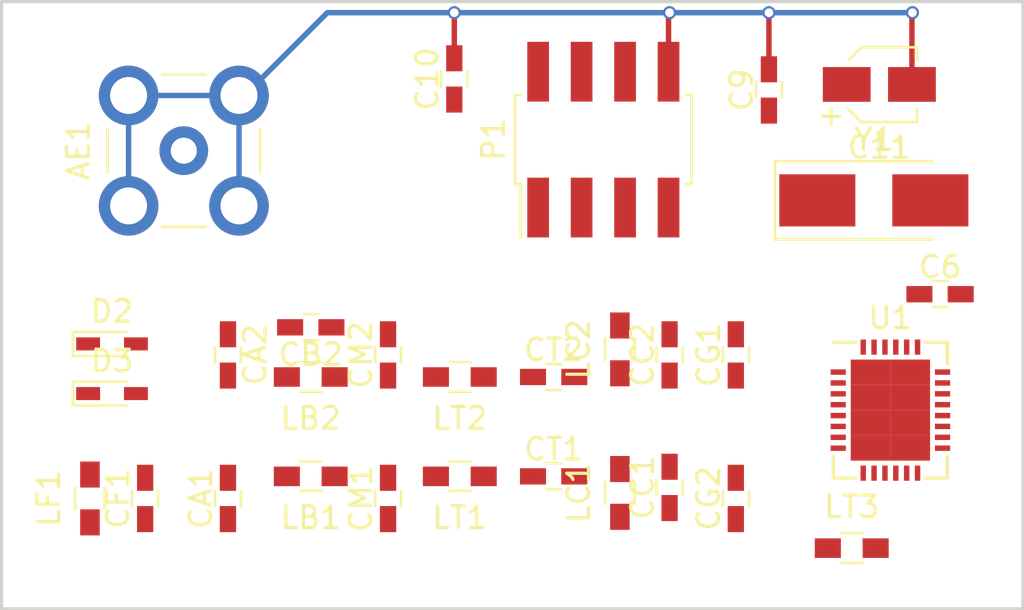
<source format=kicad_pcb>
(kicad_pcb (version 4) (host pcbnew 4.0.5)

  (general
    (links 71)
    (no_connects 64)
    (area 138.354999 104.064999 185.495001 132.155001)
    (thickness 1.6)
    (drawings 5)
    (tracks 24)
    (zones 0)
    (modules 30)
    (nets 22)
  )

  (page A4)
  (layers
    (0 F.Cu signal)
    (31 B.Cu signal)
    (32 B.Adhes user)
    (33 F.Adhes user)
    (34 B.Paste user)
    (35 F.Paste user)
    (36 B.SilkS user)
    (37 F.SilkS user)
    (38 B.Mask user)
    (39 F.Mask user)
    (40 Dwgs.User user)
    (41 Cmts.User user)
    (42 Eco1.User user)
    (43 Eco2.User user)
    (44 Edge.Cuts user)
    (45 Margin user)
    (46 B.CrtYd user)
    (47 F.CrtYd user)
    (48 B.Fab user)
    (49 F.Fab user)
  )

  (setup
    (last_trace_width 0.25)
    (trace_clearance 0.2)
    (zone_clearance 0.508)
    (zone_45_only no)
    (trace_min 0.2)
    (segment_width 0.2)
    (edge_width 0.15)
    (via_size 0.6)
    (via_drill 0.4)
    (via_min_size 0.4)
    (via_min_drill 0.3)
    (uvia_size 0.3)
    (uvia_drill 0.1)
    (uvias_allowed no)
    (uvia_min_size 0.2)
    (uvia_min_drill 0.1)
    (pcb_text_width 0.3)
    (pcb_text_size 1.5 1.5)
    (mod_edge_width 0.15)
    (mod_text_size 1 1)
    (mod_text_width 0.15)
    (pad_size 1.524 1.524)
    (pad_drill 0.762)
    (pad_to_mask_clearance 0.2)
    (aux_axis_origin 181.61 137.16)
    (grid_origin 102.87 105.41)
    (visible_elements 7FFFE7FF)
    (pcbplotparams
      (layerselection 0x00030_80000001)
      (usegerberextensions false)
      (excludeedgelayer true)
      (linewidth 0.100000)
      (plotframeref false)
      (viasonmask false)
      (mode 1)
      (useauxorigin false)
      (hpglpennumber 1)
      (hpglpenspeed 20)
      (hpglpendiameter 15)
      (hpglpenoverlay 2)
      (psnegative false)
      (psa4output false)
      (plotreference true)
      (plotvalue true)
      (plotinvisibletext false)
      (padsonsilk false)
      (subtractmaskfromsilk false)
      (outputformat 1)
      (mirror false)
      (drillshape 1)
      (scaleselection 1)
      (outputdirectory ""))
  )

  (net 0 "")
  (net 1 "Net-(AE1-Pad1)")
  (net 2 GND)
  (net 3 "Net-(U1-Pad27)")
  (net 4 "Net-(U1-Pad28)")
  (net 5 "Net-(CA1-Pad2)")
  (net 6 "Net-(CB2-Pad1)")
  (net 7 "Net-(CC1-Pad2)")
  (net 8 "Net-(CC2-Pad1)")
  (net 9 "Net-(CM1-Pad2)")
  (net 10 "Net-(CT1-Pad1)")
  (net 11 "Net-(CT2-Pad1)")
  (net 12 "Net-(LT3-Pad1)")
  (net 13 "Net-(LT3-Pad2)")
  (net 14 "Net-(CG1-Pad1)")
  (net 15 "Net-(CG2-Pad2)")
  (net 16 +3V3)
  (net 17 "Net-(P1-Pad3)")
  (net 18 "Net-(P1-Pad4)")
  (net 19 "Net-(P1-Pad5)")
  (net 20 "Net-(P1-Pad6)")
  (net 21 "Net-(P1-Pad7)")

  (net_class Default "This is the default net class."
    (clearance 0.2)
    (trace_width 0.25)
    (via_dia 0.6)
    (via_drill 0.4)
    (uvia_dia 0.3)
    (uvia_drill 0.1)
    (add_net +3V3)
    (add_net GND)
    (add_net "Net-(AE1-Pad1)")
    (add_net "Net-(CA1-Pad2)")
    (add_net "Net-(CB2-Pad1)")
    (add_net "Net-(CC1-Pad2)")
    (add_net "Net-(CC2-Pad1)")
    (add_net "Net-(CG1-Pad1)")
    (add_net "Net-(CG2-Pad2)")
    (add_net "Net-(CM1-Pad2)")
    (add_net "Net-(CT1-Pad1)")
    (add_net "Net-(CT2-Pad1)")
    (add_net "Net-(LT3-Pad1)")
    (add_net "Net-(LT3-Pad2)")
    (add_net "Net-(P1-Pad3)")
    (add_net "Net-(P1-Pad4)")
    (add_net "Net-(P1-Pad5)")
    (add_net "Net-(P1-Pad6)")
    (add_net "Net-(P1-Pad7)")
    (add_net "Net-(U1-Pad27)")
    (add_net "Net-(U1-Pad28)")
  )

  (module Capacitors_SMD:C_0603_HandSoldering (layer F.Cu) (tedit 58AA848B) (tstamp 58AC9F62)
    (at 181.61 117.602)
    (descr "Capacitor SMD 0603, hand soldering")
    (tags "capacitor 0603")
    (path /58AB601B)
    (attr smd)
    (fp_text reference C6 (at 0 -1.25) (layer F.SilkS)
      (effects (font (size 1 1) (thickness 0.15)))
    )
    (fp_text value C (at 0 1.5) (layer F.Fab)
      (effects (font (size 1 1) (thickness 0.15)))
    )
    (fp_text user %R (at 0 -1.25) (layer F.Fab)
      (effects (font (size 1 1) (thickness 0.15)))
    )
    (fp_line (start -0.8 0.4) (end -0.8 -0.4) (layer F.Fab) (width 0.1))
    (fp_line (start 0.8 0.4) (end -0.8 0.4) (layer F.Fab) (width 0.1))
    (fp_line (start 0.8 -0.4) (end 0.8 0.4) (layer F.Fab) (width 0.1))
    (fp_line (start -0.8 -0.4) (end 0.8 -0.4) (layer F.Fab) (width 0.1))
    (fp_line (start -0.35 -0.6) (end 0.35 -0.6) (layer F.SilkS) (width 0.12))
    (fp_line (start 0.35 0.6) (end -0.35 0.6) (layer F.SilkS) (width 0.12))
    (fp_line (start -1.8 -0.65) (end 1.8 -0.65) (layer F.CrtYd) (width 0.05))
    (fp_line (start -1.8 -0.65) (end -1.8 0.65) (layer F.CrtYd) (width 0.05))
    (fp_line (start 1.8 0.65) (end 1.8 -0.65) (layer F.CrtYd) (width 0.05))
    (fp_line (start 1.8 0.65) (end -1.8 0.65) (layer F.CrtYd) (width 0.05))
    (pad 1 smd rect (at -0.95 0) (size 1.2 0.75) (layers F.Cu F.Paste F.Mask)
      (net 16 +3V3))
    (pad 2 smd rect (at 0.95 0) (size 1.2 0.75) (layers F.Cu F.Paste F.Mask)
      (net 2 GND))
    (model Capacitors_SMD.3dshapes/C_0603.wrl
      (at (xyz 0 0 0))
      (scale (xyz 1 1 1))
      (rotate (xyz 0 0 0))
    )
  )

  (module Capacitors_SMD:C_0603_HandSoldering (layer F.Cu) (tedit 58AA848B) (tstamp 58AC9F74)
    (at 173.736 108.204 90)
    (descr "Capacitor SMD 0603, hand soldering")
    (tags "capacitor 0603")
    (path /58AC1DC1)
    (attr smd)
    (fp_text reference C9 (at 0 -1.25 90) (layer F.SilkS)
      (effects (font (size 1 1) (thickness 0.15)))
    )
    (fp_text value C (at 0 1.5 90) (layer F.Fab)
      (effects (font (size 1 1) (thickness 0.15)))
    )
    (fp_text user %R (at 0 -1.25 90) (layer F.Fab)
      (effects (font (size 1 1) (thickness 0.15)))
    )
    (fp_line (start -0.8 0.4) (end -0.8 -0.4) (layer F.Fab) (width 0.1))
    (fp_line (start 0.8 0.4) (end -0.8 0.4) (layer F.Fab) (width 0.1))
    (fp_line (start 0.8 -0.4) (end 0.8 0.4) (layer F.Fab) (width 0.1))
    (fp_line (start -0.8 -0.4) (end 0.8 -0.4) (layer F.Fab) (width 0.1))
    (fp_line (start -0.35 -0.6) (end 0.35 -0.6) (layer F.SilkS) (width 0.12))
    (fp_line (start 0.35 0.6) (end -0.35 0.6) (layer F.SilkS) (width 0.12))
    (fp_line (start -1.8 -0.65) (end 1.8 -0.65) (layer F.CrtYd) (width 0.05))
    (fp_line (start -1.8 -0.65) (end -1.8 0.65) (layer F.CrtYd) (width 0.05))
    (fp_line (start 1.8 0.65) (end 1.8 -0.65) (layer F.CrtYd) (width 0.05))
    (fp_line (start 1.8 0.65) (end -1.8 0.65) (layer F.CrtYd) (width 0.05))
    (pad 1 smd rect (at -0.95 0 90) (size 1.2 0.75) (layers F.Cu F.Paste F.Mask)
      (net 16 +3V3))
    (pad 2 smd rect (at 0.95 0 90) (size 1.2 0.75) (layers F.Cu F.Paste F.Mask)
      (net 2 GND))
    (model Capacitors_SMD.3dshapes/C_0603.wrl
      (at (xyz 0 0 0))
      (scale (xyz 1 1 1))
      (rotate (xyz 0 0 0))
    )
  )

  (module Capacitors_SMD:C_0603_HandSoldering (layer F.Cu) (tedit 58AA848B) (tstamp 58AC9F7A)
    (at 159.258 107.696 90)
    (descr "Capacitor SMD 0603, hand soldering")
    (tags "capacitor 0603")
    (path /58AC1DC8)
    (attr smd)
    (fp_text reference C10 (at 0 -1.25 90) (layer F.SilkS)
      (effects (font (size 1 1) (thickness 0.15)))
    )
    (fp_text value C (at 0 1.5 90) (layer F.Fab)
      (effects (font (size 1 1) (thickness 0.15)))
    )
    (fp_text user %R (at 0 -1.25 90) (layer F.Fab)
      (effects (font (size 1 1) (thickness 0.15)))
    )
    (fp_line (start -0.8 0.4) (end -0.8 -0.4) (layer F.Fab) (width 0.1))
    (fp_line (start 0.8 0.4) (end -0.8 0.4) (layer F.Fab) (width 0.1))
    (fp_line (start 0.8 -0.4) (end 0.8 0.4) (layer F.Fab) (width 0.1))
    (fp_line (start -0.8 -0.4) (end 0.8 -0.4) (layer F.Fab) (width 0.1))
    (fp_line (start -0.35 -0.6) (end 0.35 -0.6) (layer F.SilkS) (width 0.12))
    (fp_line (start 0.35 0.6) (end -0.35 0.6) (layer F.SilkS) (width 0.12))
    (fp_line (start -1.8 -0.65) (end 1.8 -0.65) (layer F.CrtYd) (width 0.05))
    (fp_line (start -1.8 -0.65) (end -1.8 0.65) (layer F.CrtYd) (width 0.05))
    (fp_line (start 1.8 0.65) (end 1.8 -0.65) (layer F.CrtYd) (width 0.05))
    (fp_line (start 1.8 0.65) (end -1.8 0.65) (layer F.CrtYd) (width 0.05))
    (pad 1 smd rect (at -0.95 0 90) (size 1.2 0.75) (layers F.Cu F.Paste F.Mask)
      (net 16 +3V3))
    (pad 2 smd rect (at 0.95 0 90) (size 1.2 0.75) (layers F.Cu F.Paste F.Mask)
      (net 2 GND))
    (model Capacitors_SMD.3dshapes/C_0603.wrl
      (at (xyz 0 0 0))
      (scale (xyz 1 1 1))
      (rotate (xyz 0 0 0))
    )
  )

  (module Capacitors_SMD:C_0603_HandSoldering (layer F.Cu) (tedit 58AA848B) (tstamp 58AC9F86)
    (at 148.844 127 90)
    (descr "Capacitor SMD 0603, hand soldering")
    (tags "capacitor 0603")
    (path /58ACE87B)
    (attr smd)
    (fp_text reference CA1 (at 0 -1.25 90) (layer F.SilkS)
      (effects (font (size 1 1) (thickness 0.15)))
    )
    (fp_text value C (at 0 1.5 90) (layer F.Fab)
      (effects (font (size 1 1) (thickness 0.15)))
    )
    (fp_text user %R (at 0 -1.25 90) (layer F.Fab)
      (effects (font (size 1 1) (thickness 0.15)))
    )
    (fp_line (start -0.8 0.4) (end -0.8 -0.4) (layer F.Fab) (width 0.1))
    (fp_line (start 0.8 0.4) (end -0.8 0.4) (layer F.Fab) (width 0.1))
    (fp_line (start 0.8 -0.4) (end 0.8 0.4) (layer F.Fab) (width 0.1))
    (fp_line (start -0.8 -0.4) (end 0.8 -0.4) (layer F.Fab) (width 0.1))
    (fp_line (start -0.35 -0.6) (end 0.35 -0.6) (layer F.SilkS) (width 0.12))
    (fp_line (start 0.35 0.6) (end -0.35 0.6) (layer F.SilkS) (width 0.12))
    (fp_line (start -1.8 -0.65) (end 1.8 -0.65) (layer F.CrtYd) (width 0.05))
    (fp_line (start -1.8 -0.65) (end -1.8 0.65) (layer F.CrtYd) (width 0.05))
    (fp_line (start 1.8 0.65) (end 1.8 -0.65) (layer F.CrtYd) (width 0.05))
    (fp_line (start 1.8 0.65) (end -1.8 0.65) (layer F.CrtYd) (width 0.05))
    (pad 1 smd rect (at -0.95 0 90) (size 1.2 0.75) (layers F.Cu F.Paste F.Mask)
      (net 2 GND))
    (pad 2 smd rect (at 0.95 0 90) (size 1.2 0.75) (layers F.Cu F.Paste F.Mask)
      (net 5 "Net-(CA1-Pad2)"))
    (model Capacitors_SMD.3dshapes/C_0603.wrl
      (at (xyz 0 0 0))
      (scale (xyz 1 1 1))
      (rotate (xyz 0 0 0))
    )
  )

  (module Capacitors_SMD:C_0603_HandSoldering (layer F.Cu) (tedit 58AA848B) (tstamp 58AC9F8C)
    (at 148.844 120.396 270)
    (descr "Capacitor SMD 0603, hand soldering")
    (tags "capacitor 0603")
    (path /58ACE933)
    (attr smd)
    (fp_text reference CA2 (at 0 -1.25 270) (layer F.SilkS)
      (effects (font (size 1 1) (thickness 0.15)))
    )
    (fp_text value C (at 0 1.5 270) (layer F.Fab)
      (effects (font (size 1 1) (thickness 0.15)))
    )
    (fp_text user %R (at 0 -1.25 270) (layer F.Fab)
      (effects (font (size 1 1) (thickness 0.15)))
    )
    (fp_line (start -0.8 0.4) (end -0.8 -0.4) (layer F.Fab) (width 0.1))
    (fp_line (start 0.8 0.4) (end -0.8 0.4) (layer F.Fab) (width 0.1))
    (fp_line (start 0.8 -0.4) (end 0.8 0.4) (layer F.Fab) (width 0.1))
    (fp_line (start -0.8 -0.4) (end 0.8 -0.4) (layer F.Fab) (width 0.1))
    (fp_line (start -0.35 -0.6) (end 0.35 -0.6) (layer F.SilkS) (width 0.12))
    (fp_line (start 0.35 0.6) (end -0.35 0.6) (layer F.SilkS) (width 0.12))
    (fp_line (start -1.8 -0.65) (end 1.8 -0.65) (layer F.CrtYd) (width 0.05))
    (fp_line (start -1.8 -0.65) (end -1.8 0.65) (layer F.CrtYd) (width 0.05))
    (fp_line (start 1.8 0.65) (end 1.8 -0.65) (layer F.CrtYd) (width 0.05))
    (fp_line (start 1.8 0.65) (end -1.8 0.65) (layer F.CrtYd) (width 0.05))
    (pad 1 smd rect (at -0.95 0 270) (size 1.2 0.75) (layers F.Cu F.Paste F.Mask)
      (net 2 GND))
    (pad 2 smd rect (at 0.95 0 270) (size 1.2 0.75) (layers F.Cu F.Paste F.Mask)
      (net 1 "Net-(AE1-Pad1)"))
    (model Capacitors_SMD.3dshapes/C_0603.wrl
      (at (xyz 0 0 0))
      (scale (xyz 1 1 1))
      (rotate (xyz 0 0 0))
    )
  )

  (module Capacitors_SMD:C_0603_HandSoldering (layer F.Cu) (tedit 58AA848B) (tstamp 58AC9F92)
    (at 152.654 119.126 180)
    (descr "Capacitor SMD 0603, hand soldering")
    (tags "capacitor 0603")
    (path /58ACD17C)
    (attr smd)
    (fp_text reference CB2 (at 0 -1.25 180) (layer F.SilkS)
      (effects (font (size 1 1) (thickness 0.15)))
    )
    (fp_text value C (at 0 1.5 180) (layer F.Fab)
      (effects (font (size 1 1) (thickness 0.15)))
    )
    (fp_text user %R (at 0 -1.25 180) (layer F.Fab)
      (effects (font (size 1 1) (thickness 0.15)))
    )
    (fp_line (start -0.8 0.4) (end -0.8 -0.4) (layer F.Fab) (width 0.1))
    (fp_line (start 0.8 0.4) (end -0.8 0.4) (layer F.Fab) (width 0.1))
    (fp_line (start 0.8 -0.4) (end 0.8 0.4) (layer F.Fab) (width 0.1))
    (fp_line (start -0.8 -0.4) (end 0.8 -0.4) (layer F.Fab) (width 0.1))
    (fp_line (start -0.35 -0.6) (end 0.35 -0.6) (layer F.SilkS) (width 0.12))
    (fp_line (start 0.35 0.6) (end -0.35 0.6) (layer F.SilkS) (width 0.12))
    (fp_line (start -1.8 -0.65) (end 1.8 -0.65) (layer F.CrtYd) (width 0.05))
    (fp_line (start -1.8 -0.65) (end -1.8 0.65) (layer F.CrtYd) (width 0.05))
    (fp_line (start 1.8 0.65) (end 1.8 -0.65) (layer F.CrtYd) (width 0.05))
    (fp_line (start 1.8 0.65) (end -1.8 0.65) (layer F.CrtYd) (width 0.05))
    (pad 1 smd rect (at -0.95 0 180) (size 1.2 0.75) (layers F.Cu F.Paste F.Mask)
      (net 6 "Net-(CB2-Pad1)"))
    (pad 2 smd rect (at 0.95 0 180) (size 1.2 0.75) (layers F.Cu F.Paste F.Mask)
      (net 5 "Net-(CA1-Pad2)"))
    (model Capacitors_SMD.3dshapes/C_0603.wrl
      (at (xyz 0 0 0))
      (scale (xyz 1 1 1))
      (rotate (xyz 0 0 0))
    )
  )

  (module Capacitors_SMD:C_0603_HandSoldering (layer F.Cu) (tedit 58AA848B) (tstamp 58AC9F98)
    (at 169.164 126.492 90)
    (descr "Capacitor SMD 0603, hand soldering")
    (tags "capacitor 0603")
    (path /58AC9A28)
    (attr smd)
    (fp_text reference CC1 (at 0 -1.25 90) (layer F.SilkS)
      (effects (font (size 1 1) (thickness 0.15)))
    )
    (fp_text value C (at 0 1.5 90) (layer F.Fab)
      (effects (font (size 1 1) (thickness 0.15)))
    )
    (fp_text user %R (at 0 -1.25 90) (layer F.Fab)
      (effects (font (size 1 1) (thickness 0.15)))
    )
    (fp_line (start -0.8 0.4) (end -0.8 -0.4) (layer F.Fab) (width 0.1))
    (fp_line (start 0.8 0.4) (end -0.8 0.4) (layer F.Fab) (width 0.1))
    (fp_line (start 0.8 -0.4) (end 0.8 0.4) (layer F.Fab) (width 0.1))
    (fp_line (start -0.8 -0.4) (end 0.8 -0.4) (layer F.Fab) (width 0.1))
    (fp_line (start -0.35 -0.6) (end 0.35 -0.6) (layer F.SilkS) (width 0.12))
    (fp_line (start 0.35 0.6) (end -0.35 0.6) (layer F.SilkS) (width 0.12))
    (fp_line (start -1.8 -0.65) (end 1.8 -0.65) (layer F.CrtYd) (width 0.05))
    (fp_line (start -1.8 -0.65) (end -1.8 0.65) (layer F.CrtYd) (width 0.05))
    (fp_line (start 1.8 0.65) (end 1.8 -0.65) (layer F.CrtYd) (width 0.05))
    (fp_line (start 1.8 0.65) (end -1.8 0.65) (layer F.CrtYd) (width 0.05))
    (pad 1 smd rect (at -0.95 0 90) (size 1.2 0.75) (layers F.Cu F.Paste F.Mask)
      (net 2 GND))
    (pad 2 smd rect (at 0.95 0 90) (size 1.2 0.75) (layers F.Cu F.Paste F.Mask)
      (net 7 "Net-(CC1-Pad2)"))
    (model Capacitors_SMD.3dshapes/C_0603.wrl
      (at (xyz 0 0 0))
      (scale (xyz 1 1 1))
      (rotate (xyz 0 0 0))
    )
  )

  (module Capacitors_SMD:C_0603_HandSoldering (layer F.Cu) (tedit 58AA848B) (tstamp 58AC9F9E)
    (at 169.164 120.396 90)
    (descr "Capacitor SMD 0603, hand soldering")
    (tags "capacitor 0603")
    (path /58AC9AC2)
    (attr smd)
    (fp_text reference CC2 (at 0 -1.25 90) (layer F.SilkS)
      (effects (font (size 1 1) (thickness 0.15)))
    )
    (fp_text value C (at 0 1.5 90) (layer F.Fab)
      (effects (font (size 1 1) (thickness 0.15)))
    )
    (fp_text user %R (at 0 -1.25 90) (layer F.Fab)
      (effects (font (size 1 1) (thickness 0.15)))
    )
    (fp_line (start -0.8 0.4) (end -0.8 -0.4) (layer F.Fab) (width 0.1))
    (fp_line (start 0.8 0.4) (end -0.8 0.4) (layer F.Fab) (width 0.1))
    (fp_line (start 0.8 -0.4) (end 0.8 0.4) (layer F.Fab) (width 0.1))
    (fp_line (start -0.8 -0.4) (end 0.8 -0.4) (layer F.Fab) (width 0.1))
    (fp_line (start -0.35 -0.6) (end 0.35 -0.6) (layer F.SilkS) (width 0.12))
    (fp_line (start 0.35 0.6) (end -0.35 0.6) (layer F.SilkS) (width 0.12))
    (fp_line (start -1.8 -0.65) (end 1.8 -0.65) (layer F.CrtYd) (width 0.05))
    (fp_line (start -1.8 -0.65) (end -1.8 0.65) (layer F.CrtYd) (width 0.05))
    (fp_line (start 1.8 0.65) (end 1.8 -0.65) (layer F.CrtYd) (width 0.05))
    (fp_line (start 1.8 0.65) (end -1.8 0.65) (layer F.CrtYd) (width 0.05))
    (pad 1 smd rect (at -0.95 0 90) (size 1.2 0.75) (layers F.Cu F.Paste F.Mask)
      (net 8 "Net-(CC2-Pad1)"))
    (pad 2 smd rect (at 0.95 0 90) (size 1.2 0.75) (layers F.Cu F.Paste F.Mask)
      (net 2 GND))
    (model Capacitors_SMD.3dshapes/C_0603.wrl
      (at (xyz 0 0 0))
      (scale (xyz 1 1 1))
      (rotate (xyz 0 0 0))
    )
  )

  (module Capacitors_SMD:C_0603_HandSoldering (layer F.Cu) (tedit 58AA848B) (tstamp 58AC9FA4)
    (at 145.034 127 90)
    (descr "Capacitor SMD 0603, hand soldering")
    (tags "capacitor 0603")
    (path /58ACEAC2)
    (attr smd)
    (fp_text reference CF1 (at 0 -1.25 90) (layer F.SilkS)
      (effects (font (size 1 1) (thickness 0.15)))
    )
    (fp_text value C (at 0 1.5 90) (layer F.Fab)
      (effects (font (size 1 1) (thickness 0.15)))
    )
    (fp_text user %R (at 0 -1.25 90) (layer F.Fab)
      (effects (font (size 1 1) (thickness 0.15)))
    )
    (fp_line (start -0.8 0.4) (end -0.8 -0.4) (layer F.Fab) (width 0.1))
    (fp_line (start 0.8 0.4) (end -0.8 0.4) (layer F.Fab) (width 0.1))
    (fp_line (start 0.8 -0.4) (end 0.8 0.4) (layer F.Fab) (width 0.1))
    (fp_line (start -0.8 -0.4) (end 0.8 -0.4) (layer F.Fab) (width 0.1))
    (fp_line (start -0.35 -0.6) (end 0.35 -0.6) (layer F.SilkS) (width 0.12))
    (fp_line (start 0.35 0.6) (end -0.35 0.6) (layer F.SilkS) (width 0.12))
    (fp_line (start -1.8 -0.65) (end 1.8 -0.65) (layer F.CrtYd) (width 0.05))
    (fp_line (start -1.8 -0.65) (end -1.8 0.65) (layer F.CrtYd) (width 0.05))
    (fp_line (start 1.8 0.65) (end 1.8 -0.65) (layer F.CrtYd) (width 0.05))
    (fp_line (start 1.8 0.65) (end -1.8 0.65) (layer F.CrtYd) (width 0.05))
    (pad 1 smd rect (at -0.95 0 90) (size 1.2 0.75) (layers F.Cu F.Paste F.Mask)
      (net 1 "Net-(AE1-Pad1)"))
    (pad 2 smd rect (at 0.95 0 90) (size 1.2 0.75) (layers F.Cu F.Paste F.Mask)
      (net 5 "Net-(CA1-Pad2)"))
    (model Capacitors_SMD.3dshapes/C_0603.wrl
      (at (xyz 0 0 0))
      (scale (xyz 1 1 1))
      (rotate (xyz 0 0 0))
    )
  )

  (module Capacitors_SMD:C_0603_HandSoldering (layer F.Cu) (tedit 58AA848B) (tstamp 58AC9FAA)
    (at 156.21 127 90)
    (descr "Capacitor SMD 0603, hand soldering")
    (tags "capacitor 0603")
    (path /58ACC21D)
    (attr smd)
    (fp_text reference CM1 (at 0 -1.25 90) (layer F.SilkS)
      (effects (font (size 1 1) (thickness 0.15)))
    )
    (fp_text value C (at 0 1.5 90) (layer F.Fab)
      (effects (font (size 1 1) (thickness 0.15)))
    )
    (fp_text user %R (at 0 -1.25 90) (layer F.Fab)
      (effects (font (size 1 1) (thickness 0.15)))
    )
    (fp_line (start -0.8 0.4) (end -0.8 -0.4) (layer F.Fab) (width 0.1))
    (fp_line (start 0.8 0.4) (end -0.8 0.4) (layer F.Fab) (width 0.1))
    (fp_line (start 0.8 -0.4) (end 0.8 0.4) (layer F.Fab) (width 0.1))
    (fp_line (start -0.8 -0.4) (end 0.8 -0.4) (layer F.Fab) (width 0.1))
    (fp_line (start -0.35 -0.6) (end 0.35 -0.6) (layer F.SilkS) (width 0.12))
    (fp_line (start 0.35 0.6) (end -0.35 0.6) (layer F.SilkS) (width 0.12))
    (fp_line (start -1.8 -0.65) (end 1.8 -0.65) (layer F.CrtYd) (width 0.05))
    (fp_line (start -1.8 -0.65) (end -1.8 0.65) (layer F.CrtYd) (width 0.05))
    (fp_line (start 1.8 0.65) (end 1.8 -0.65) (layer F.CrtYd) (width 0.05))
    (fp_line (start 1.8 0.65) (end -1.8 0.65) (layer F.CrtYd) (width 0.05))
    (pad 1 smd rect (at -0.95 0 90) (size 1.2 0.75) (layers F.Cu F.Paste F.Mask)
      (net 2 GND))
    (pad 2 smd rect (at 0.95 0 90) (size 1.2 0.75) (layers F.Cu F.Paste F.Mask)
      (net 9 "Net-(CM1-Pad2)"))
    (model Capacitors_SMD.3dshapes/C_0603.wrl
      (at (xyz 0 0 0))
      (scale (xyz 1 1 1))
      (rotate (xyz 0 0 0))
    )
  )

  (module Capacitors_SMD:C_0603_HandSoldering (layer F.Cu) (tedit 58AA848B) (tstamp 58AC9FB0)
    (at 156.21 120.396 90)
    (descr "Capacitor SMD 0603, hand soldering")
    (tags "capacitor 0603")
    (path /58ACC031)
    (attr smd)
    (fp_text reference CM2 (at 0 -1.25 90) (layer F.SilkS)
      (effects (font (size 1 1) (thickness 0.15)))
    )
    (fp_text value C (at 0 1.5 90) (layer F.Fab)
      (effects (font (size 1 1) (thickness 0.15)))
    )
    (fp_text user %R (at 0 -1.25 90) (layer F.Fab)
      (effects (font (size 1 1) (thickness 0.15)))
    )
    (fp_line (start -0.8 0.4) (end -0.8 -0.4) (layer F.Fab) (width 0.1))
    (fp_line (start 0.8 0.4) (end -0.8 0.4) (layer F.Fab) (width 0.1))
    (fp_line (start 0.8 -0.4) (end 0.8 0.4) (layer F.Fab) (width 0.1))
    (fp_line (start -0.8 -0.4) (end 0.8 -0.4) (layer F.Fab) (width 0.1))
    (fp_line (start -0.35 -0.6) (end 0.35 -0.6) (layer F.SilkS) (width 0.12))
    (fp_line (start 0.35 0.6) (end -0.35 0.6) (layer F.SilkS) (width 0.12))
    (fp_line (start -1.8 -0.65) (end 1.8 -0.65) (layer F.CrtYd) (width 0.05))
    (fp_line (start -1.8 -0.65) (end -1.8 0.65) (layer F.CrtYd) (width 0.05))
    (fp_line (start 1.8 0.65) (end 1.8 -0.65) (layer F.CrtYd) (width 0.05))
    (fp_line (start 1.8 0.65) (end -1.8 0.65) (layer F.CrtYd) (width 0.05))
    (pad 1 smd rect (at -0.95 0 90) (size 1.2 0.75) (layers F.Cu F.Paste F.Mask)
      (net 6 "Net-(CB2-Pad1)"))
    (pad 2 smd rect (at 0.95 0 90) (size 1.2 0.75) (layers F.Cu F.Paste F.Mask)
      (net 2 GND))
    (model Capacitors_SMD.3dshapes/C_0603.wrl
      (at (xyz 0 0 0))
      (scale (xyz 1 1 1))
      (rotate (xyz 0 0 0))
    )
  )

  (module Capacitors_SMD:C_0603_HandSoldering (layer F.Cu) (tedit 58AA848B) (tstamp 58AC9FB6)
    (at 163.83 125.984)
    (descr "Capacitor SMD 0603, hand soldering")
    (tags "capacitor 0603")
    (path /58A892F3)
    (attr smd)
    (fp_text reference CT1 (at 0 -1.25) (layer F.SilkS)
      (effects (font (size 1 1) (thickness 0.15)))
    )
    (fp_text value C (at 0 1.5) (layer F.Fab)
      (effects (font (size 1 1) (thickness 0.15)))
    )
    (fp_text user %R (at 0 -1.25) (layer F.Fab)
      (effects (font (size 1 1) (thickness 0.15)))
    )
    (fp_line (start -0.8 0.4) (end -0.8 -0.4) (layer F.Fab) (width 0.1))
    (fp_line (start 0.8 0.4) (end -0.8 0.4) (layer F.Fab) (width 0.1))
    (fp_line (start 0.8 -0.4) (end 0.8 0.4) (layer F.Fab) (width 0.1))
    (fp_line (start -0.8 -0.4) (end 0.8 -0.4) (layer F.Fab) (width 0.1))
    (fp_line (start -0.35 -0.6) (end 0.35 -0.6) (layer F.SilkS) (width 0.12))
    (fp_line (start 0.35 0.6) (end -0.35 0.6) (layer F.SilkS) (width 0.12))
    (fp_line (start -1.8 -0.65) (end 1.8 -0.65) (layer F.CrtYd) (width 0.05))
    (fp_line (start -1.8 -0.65) (end -1.8 0.65) (layer F.CrtYd) (width 0.05))
    (fp_line (start 1.8 0.65) (end 1.8 -0.65) (layer F.CrtYd) (width 0.05))
    (fp_line (start 1.8 0.65) (end -1.8 0.65) (layer F.CrtYd) (width 0.05))
    (pad 1 smd rect (at -0.95 0) (size 1.2 0.75) (layers F.Cu F.Paste F.Mask)
      (net 10 "Net-(CT1-Pad1)"))
    (pad 2 smd rect (at 0.95 0) (size 1.2 0.75) (layers F.Cu F.Paste F.Mask)
      (net 7 "Net-(CC1-Pad2)"))
    (model Capacitors_SMD.3dshapes/C_0603.wrl
      (at (xyz 0 0 0))
      (scale (xyz 1 1 1))
      (rotate (xyz 0 0 0))
    )
  )

  (module Capacitors_SMD:C_0603_HandSoldering (layer F.Cu) (tedit 58AA848B) (tstamp 58AC9FBC)
    (at 163.83 121.412)
    (descr "Capacitor SMD 0603, hand soldering")
    (tags "capacitor 0603")
    (path /58A8933C)
    (attr smd)
    (fp_text reference CT2 (at 0 -1.25) (layer F.SilkS)
      (effects (font (size 1 1) (thickness 0.15)))
    )
    (fp_text value C (at 0 1.5) (layer F.Fab)
      (effects (font (size 1 1) (thickness 0.15)))
    )
    (fp_text user %R (at 0 -1.25) (layer F.Fab)
      (effects (font (size 1 1) (thickness 0.15)))
    )
    (fp_line (start -0.8 0.4) (end -0.8 -0.4) (layer F.Fab) (width 0.1))
    (fp_line (start 0.8 0.4) (end -0.8 0.4) (layer F.Fab) (width 0.1))
    (fp_line (start 0.8 -0.4) (end 0.8 0.4) (layer F.Fab) (width 0.1))
    (fp_line (start -0.8 -0.4) (end 0.8 -0.4) (layer F.Fab) (width 0.1))
    (fp_line (start -0.35 -0.6) (end 0.35 -0.6) (layer F.SilkS) (width 0.12))
    (fp_line (start 0.35 0.6) (end -0.35 0.6) (layer F.SilkS) (width 0.12))
    (fp_line (start -1.8 -0.65) (end 1.8 -0.65) (layer F.CrtYd) (width 0.05))
    (fp_line (start -1.8 -0.65) (end -1.8 0.65) (layer F.CrtYd) (width 0.05))
    (fp_line (start 1.8 0.65) (end 1.8 -0.65) (layer F.CrtYd) (width 0.05))
    (fp_line (start 1.8 0.65) (end -1.8 0.65) (layer F.CrtYd) (width 0.05))
    (pad 1 smd rect (at -0.95 0) (size 1.2 0.75) (layers F.Cu F.Paste F.Mask)
      (net 11 "Net-(CT2-Pad1)"))
    (pad 2 smd rect (at 0.95 0) (size 1.2 0.75) (layers F.Cu F.Paste F.Mask)
      (net 8 "Net-(CC2-Pad1)"))
    (model Capacitors_SMD.3dshapes/C_0603.wrl
      (at (xyz 0 0 0))
      (scale (xyz 1 1 1))
      (rotate (xyz 0 0 0))
    )
  )

  (module Housings_DFN_QFN:QFN-28-1EP_5x6mm_Pitch0.5mm (layer F.Cu) (tedit 54130A77) (tstamp 58ACA061)
    (at 179.324 122.936)
    (descr "UHE Package; 28-Lead Plastic QFN (5mm x 6mm); (see Linear Technology 05081932_0_UHE28.pdf)")
    (tags "QFN 0.5")
    (path /58A8894F)
    (attr smd)
    (fp_text reference U1 (at 0 -4.25) (layer F.SilkS)
      (effects (font (size 1 1) (thickness 0.15)))
    )
    (fp_text value AX5043 (at 0 4.25) (layer F.Fab)
      (effects (font (size 1 1) (thickness 0.15)))
    )
    (fp_line (start -1.5 -3) (end 2.5 -3) (layer F.Fab) (width 0.15))
    (fp_line (start 2.5 -3) (end 2.5 3) (layer F.Fab) (width 0.15))
    (fp_line (start 2.5 3) (end -2.5 3) (layer F.Fab) (width 0.15))
    (fp_line (start -2.5 3) (end -2.5 -2) (layer F.Fab) (width 0.15))
    (fp_line (start -2.5 -2) (end -1.5 -3) (layer F.Fab) (width 0.15))
    (fp_line (start -3 -3.5) (end -3 3.5) (layer F.CrtYd) (width 0.05))
    (fp_line (start 3 -3.5) (end 3 3.5) (layer F.CrtYd) (width 0.05))
    (fp_line (start -3 -3.5) (end 3 -3.5) (layer F.CrtYd) (width 0.05))
    (fp_line (start -3 3.5) (end 3 3.5) (layer F.CrtYd) (width 0.05))
    (fp_line (start 2.625 -3.125) (end 2.625 -2.1) (layer F.SilkS) (width 0.15))
    (fp_line (start -2.625 3.125) (end -2.625 2.1) (layer F.SilkS) (width 0.15))
    (fp_line (start 2.625 3.125) (end 2.625 2.1) (layer F.SilkS) (width 0.15))
    (fp_line (start -2.625 -3.125) (end -1.6 -3.125) (layer F.SilkS) (width 0.15))
    (fp_line (start -2.625 3.125) (end -1.6 3.125) (layer F.SilkS) (width 0.15))
    (fp_line (start 2.625 3.125) (end 1.6 3.125) (layer F.SilkS) (width 0.15))
    (fp_line (start 2.625 -3.125) (end 1.6 -3.125) (layer F.SilkS) (width 0.15))
    (pad 1 smd rect (at -2.4 -1.75) (size 0.7 0.25) (layers F.Cu F.Paste F.Mask)
      (net 14 "Net-(CG1-Pad1)"))
    (pad 2 smd rect (at -2.4 -1.25) (size 0.7 0.25) (layers F.Cu F.Paste F.Mask)
      (net 2 GND))
    (pad 3 smd rect (at -2.4 -0.75) (size 0.7 0.25) (layers F.Cu F.Paste F.Mask)
      (net 7 "Net-(CC1-Pad2)"))
    (pad 4 smd rect (at -2.4 -0.25) (size 0.7 0.25) (layers F.Cu F.Paste F.Mask)
      (net 8 "Net-(CC2-Pad1)"))
    (pad 5 smd rect (at -2.4 0.25) (size 0.7 0.25) (layers F.Cu F.Paste F.Mask))
    (pad 6 smd rect (at -2.4 0.75) (size 0.7 0.25) (layers F.Cu F.Paste F.Mask)
      (net 2 GND))
    (pad 7 smd rect (at -2.4 1.25) (size 0.7 0.25) (layers F.Cu F.Paste F.Mask)
      (net 15 "Net-(CG2-Pad2)"))
    (pad 8 smd rect (at -2.4 1.75) (size 0.7 0.25) (layers F.Cu F.Paste F.Mask))
    (pad 9 smd rect (at -1.25 2.9 90) (size 0.7 0.25) (layers F.Cu F.Paste F.Mask)
      (net 12 "Net-(LT3-Pad1)"))
    (pad 10 smd rect (at -0.75 2.9 90) (size 0.7 0.25) (layers F.Cu F.Paste F.Mask)
      (net 13 "Net-(LT3-Pad2)"))
    (pad 11 smd rect (at -0.25 2.9 90) (size 0.7 0.25) (layers F.Cu F.Paste F.Mask))
    (pad 12 smd rect (at 0.25 2.9 90) (size 0.7 0.25) (layers F.Cu F.Paste F.Mask))
    (pad 13 smd rect (at 0.75 2.9 90) (size 0.7 0.25) (layers F.Cu F.Paste F.Mask))
    (pad 14 smd rect (at 1.25 2.9 90) (size 0.7 0.25) (layers F.Cu F.Paste F.Mask)
      (net 18 "Net-(P1-Pad4)"))
    (pad 15 smd rect (at 2.4 1.75) (size 0.7 0.25) (layers F.Cu F.Paste F.Mask)
      (net 20 "Net-(P1-Pad6)"))
    (pad 16 smd rect (at 2.4 1.25) (size 0.7 0.25) (layers F.Cu F.Paste F.Mask)
      (net 21 "Net-(P1-Pad7)"))
    (pad 17 smd rect (at 2.4 0.75) (size 0.7 0.25) (layers F.Cu F.Paste F.Mask)
      (net 19 "Net-(P1-Pad5)"))
    (pad 18 smd rect (at 2.4 0.25) (size 0.7 0.25) (layers F.Cu F.Paste F.Mask))
    (pad 19 smd rect (at 2.4 -0.25) (size 0.7 0.25) (layers F.Cu F.Paste F.Mask)
      (net 17 "Net-(P1-Pad3)"))
    (pad 20 smd rect (at 2.4 -0.75) (size 0.7 0.25) (layers F.Cu F.Paste F.Mask))
    (pad 21 smd rect (at 2.4 -1.25) (size 0.7 0.25) (layers F.Cu F.Paste F.Mask))
    (pad 22 smd rect (at 2.4 -1.75) (size 0.7 0.25) (layers F.Cu F.Paste F.Mask))
    (pad 23 smd rect (at 1.25 -2.9 90) (size 0.7 0.25) (layers F.Cu F.Paste F.Mask)
      (net 16 +3V3))
    (pad 24 smd rect (at 0.75 -2.9 90) (size 0.7 0.25) (layers F.Cu F.Paste F.Mask))
    (pad 25 smd rect (at 0.25 -2.9 90) (size 0.7 0.25) (layers F.Cu F.Paste F.Mask)
      (net 2 GND))
    (pad 26 smd rect (at -0.25 -2.9 90) (size 0.7 0.25) (layers F.Cu F.Paste F.Mask)
      (net 2 GND))
    (pad 27 smd rect (at -0.75 -2.9 90) (size 0.7 0.25) (layers F.Cu F.Paste F.Mask)
      (net 3 "Net-(U1-Pad27)"))
    (pad 28 smd rect (at -1.25 -2.9 90) (size 0.7 0.25) (layers F.Cu F.Paste F.Mask)
      (net 4 "Net-(U1-Pad28)"))
    (pad 29 smd rect (at 0.9125 1.74375) (size 1.825 1.1625) (layers F.Cu F.Paste F.Mask)
      (net 2 GND) (solder_paste_margin_ratio -0.2))
    (pad 29 smd rect (at 0.9125 0.58125) (size 1.825 1.1625) (layers F.Cu F.Paste F.Mask)
      (net 2 GND) (solder_paste_margin_ratio -0.2))
    (pad 29 smd rect (at 0.9125 -0.58125) (size 1.825 1.1625) (layers F.Cu F.Paste F.Mask)
      (net 2 GND) (solder_paste_margin_ratio -0.2))
    (pad 29 smd rect (at 0.9125 -1.74375) (size 1.825 1.1625) (layers F.Cu F.Paste F.Mask)
      (net 2 GND) (solder_paste_margin_ratio -0.2))
    (pad 29 smd rect (at -0.9125 1.74375) (size 1.825 1.1625) (layers F.Cu F.Paste F.Mask)
      (net 2 GND) (solder_paste_margin_ratio -0.2))
    (pad 29 smd rect (at -0.9125 0.58125) (size 1.825 1.1625) (layers F.Cu F.Paste F.Mask)
      (net 2 GND) (solder_paste_margin_ratio -0.2))
    (pad 29 smd rect (at -0.9125 -0.58125) (size 1.825 1.1625) (layers F.Cu F.Paste F.Mask)
      (net 2 GND) (solder_paste_margin_ratio -0.2))
    (pad 29 smd rect (at -0.9125 -1.74375) (size 1.825 1.1625) (layers F.Cu F.Paste F.Mask)
      (net 2 GND) (solder_paste_margin_ratio -0.2))
    (model Housings_DFN_QFN.3dshapes/QFN-28-1EP_5x6mm_Pitch0.5mm.wrl
      (at (xyz 0 0 0))
      (scale (xyz 1 1 1))
      (rotate (xyz 0 0 0))
    )
  )

  (module Crystals:Crystal_SMD_5032-2pin_5.0x3.2mm_HandSoldering (layer F.Cu) (tedit 5873B462) (tstamp 58ACA08B)
    (at 178.562 113.284)
    (descr "SMD Crystal SERIES SMD2520/2 http://www.icbase.com/File/PDF/HKC/HKC00061008.pdf, hand-soldering, 5.0x3.2mm^2 package")
    (tags "SMD SMT crystal hand-soldering")
    (path /58A89160)
    (attr smd)
    (fp_text reference Y1 (at 0 -2.8) (layer F.SilkS)
      (effects (font (size 1 1) (thickness 0.15)))
    )
    (fp_text value Crystal (at 0 2.8) (layer F.Fab)
      (effects (font (size 1 1) (thickness 0.15)))
    )
    (fp_circle (center 0 0) (end 0.4 0) (layer F.Adhes) (width 0.1))
    (fp_circle (center 0 0) (end 0.333333 0) (layer F.Adhes) (width 0.133333))
    (fp_circle (center 0 0) (end 0.213333 0) (layer F.Adhes) (width 0.133333))
    (fp_circle (center 0 0) (end 0.093333 0) (layer F.Adhes) (width 0.186667))
    (fp_line (start -2.3 -1.6) (end 2.3 -1.6) (layer F.Fab) (width 0.1))
    (fp_line (start 2.3 -1.6) (end 2.5 -1.4) (layer F.Fab) (width 0.1))
    (fp_line (start 2.5 -1.4) (end 2.5 1.4) (layer F.Fab) (width 0.1))
    (fp_line (start 2.5 1.4) (end 2.3 1.6) (layer F.Fab) (width 0.1))
    (fp_line (start 2.3 1.6) (end -2.3 1.6) (layer F.Fab) (width 0.1))
    (fp_line (start -2.3 1.6) (end -2.5 1.4) (layer F.Fab) (width 0.1))
    (fp_line (start -2.5 1.4) (end -2.5 -1.4) (layer F.Fab) (width 0.1))
    (fp_line (start -2.5 -1.4) (end -2.3 -1.6) (layer F.Fab) (width 0.1))
    (fp_line (start -2.5 0.6) (end -1.5 1.6) (layer F.Fab) (width 0.1))
    (fp_line (start 2.7 -1.8) (end -4.55 -1.8) (layer F.SilkS) (width 0.12))
    (fp_line (start -4.55 -1.8) (end -4.55 1.8) (layer F.SilkS) (width 0.12))
    (fp_line (start -4.55 1.8) (end 2.7 1.8) (layer F.SilkS) (width 0.12))
    (fp_line (start -4.6 -1.9) (end -4.6 1.9) (layer F.CrtYd) (width 0.05))
    (fp_line (start -4.6 1.9) (end 4.6 1.9) (layer F.CrtYd) (width 0.05))
    (fp_line (start 4.6 1.9) (end 4.6 -1.9) (layer F.CrtYd) (width 0.05))
    (fp_line (start 4.6 -1.9) (end -4.6 -1.9) (layer F.CrtYd) (width 0.05))
    (pad 1 smd rect (at -2.6 0) (size 3.5 2.4) (layers F.Cu F.Mask)
      (net 4 "Net-(U1-Pad28)"))
    (pad 2 smd rect (at 2.6 0) (size 3.5 2.4) (layers F.Cu F.Mask)
      (net 3 "Net-(U1-Pad27)"))
    (model Crystals.3dshapes/Crystal_SMD_5032-2pin_5.0x3.2mm_HandSoldering.wrl
      (at (xyz 0 0 0))
      (scale (xyz 0.393701 0.393701 0.393701))
      (rotate (xyz 0 0 0))
    )
  )

  (module Inductors_SMD:L_0603_HandSoldering (layer F.Cu) (tedit 58307AEF) (tstamp 58ACB736)
    (at 152.654 125.984 180)
    (descr "Resistor SMD 0603, hand soldering")
    (tags "resistor 0603")
    (path /58ACD03F)
    (attr smd)
    (fp_text reference LB1 (at 0 -1.9 180) (layer F.SilkS)
      (effects (font (size 1 1) (thickness 0.15)))
    )
    (fp_text value L (at 0 1.9 180) (layer F.Fab)
      (effects (font (size 1 1) (thickness 0.15)))
    )
    (fp_line (start -0.8 0.4) (end -0.8 -0.4) (layer F.Fab) (width 0.1))
    (fp_line (start 0.8 0.4) (end -0.8 0.4) (layer F.Fab) (width 0.1))
    (fp_line (start 0.8 -0.4) (end 0.8 0.4) (layer F.Fab) (width 0.1))
    (fp_line (start -0.8 -0.4) (end 0.8 -0.4) (layer F.Fab) (width 0.1))
    (fp_line (start -2 -0.8) (end 2 -0.8) (layer F.CrtYd) (width 0.05))
    (fp_line (start -2 0.8) (end 2 0.8) (layer F.CrtYd) (width 0.05))
    (fp_line (start -2 -0.8) (end -2 0.8) (layer F.CrtYd) (width 0.05))
    (fp_line (start 2 -0.8) (end 2 0.8) (layer F.CrtYd) (width 0.05))
    (fp_line (start 0.5 0.68) (end -0.5 0.68) (layer F.SilkS) (width 0.12))
    (fp_line (start -0.5 -0.68) (end 0.5 -0.68) (layer F.SilkS) (width 0.12))
    (pad 1 smd rect (at -1.1 0 180) (size 1.2 0.9) (layers F.Cu F.Paste F.Mask)
      (net 9 "Net-(CM1-Pad2)"))
    (pad 2 smd rect (at 1.1 0 180) (size 1.2 0.9) (layers F.Cu F.Paste F.Mask)
      (net 5 "Net-(CA1-Pad2)"))
    (model Inductors_SMD.3dshapes\L_0603_HandSoldering.wrl
      (at (xyz 0 0 0))
      (scale (xyz 1 1 1))
      (rotate (xyz 0 0 0))
    )
  )

  (module Inductors_SMD:L_0603_HandSoldering (layer F.Cu) (tedit 58307AEF) (tstamp 58ACB73B)
    (at 152.654 121.412 180)
    (descr "Resistor SMD 0603, hand soldering")
    (tags "resistor 0603")
    (path /58ACC0D9)
    (attr smd)
    (fp_text reference LB2 (at 0 -1.9 180) (layer F.SilkS)
      (effects (font (size 1 1) (thickness 0.15)))
    )
    (fp_text value L (at 0 1.9 180) (layer F.Fab)
      (effects (font (size 1 1) (thickness 0.15)))
    )
    (fp_line (start -0.8 0.4) (end -0.8 -0.4) (layer F.Fab) (width 0.1))
    (fp_line (start 0.8 0.4) (end -0.8 0.4) (layer F.Fab) (width 0.1))
    (fp_line (start 0.8 -0.4) (end 0.8 0.4) (layer F.Fab) (width 0.1))
    (fp_line (start -0.8 -0.4) (end 0.8 -0.4) (layer F.Fab) (width 0.1))
    (fp_line (start -2 -0.8) (end 2 -0.8) (layer F.CrtYd) (width 0.05))
    (fp_line (start -2 0.8) (end 2 0.8) (layer F.CrtYd) (width 0.05))
    (fp_line (start -2 -0.8) (end -2 0.8) (layer F.CrtYd) (width 0.05))
    (fp_line (start 2 -0.8) (end 2 0.8) (layer F.CrtYd) (width 0.05))
    (fp_line (start 0.5 0.68) (end -0.5 0.68) (layer F.SilkS) (width 0.12))
    (fp_line (start -0.5 -0.68) (end 0.5 -0.68) (layer F.SilkS) (width 0.12))
    (pad 1 smd rect (at -1.1 0 180) (size 1.2 0.9) (layers F.Cu F.Paste F.Mask)
      (net 6 "Net-(CB2-Pad1)"))
    (pad 2 smd rect (at 1.1 0 180) (size 1.2 0.9) (layers F.Cu F.Paste F.Mask)
      (net 2 GND))
    (model Inductors_SMD.3dshapes\L_0603_HandSoldering.wrl
      (at (xyz 0 0 0))
      (scale (xyz 1 1 1))
      (rotate (xyz 0 0 0))
    )
  )

  (module Inductors_SMD:L_0603_HandSoldering (layer F.Cu) (tedit 58B72296) (tstamp 58ACB740)
    (at 166.878 126.746 90)
    (descr "Resistor SMD 0603, hand soldering")
    (tags "resistor 0603")
    (path /58A893BC)
    (attr smd)
    (fp_text reference LC1 (at 0 -1.9 270) (layer F.SilkS)
      (effects (font (size 1 1) (thickness 0.15)))
    )
    (fp_text value L (at 0 1.9 90) (layer F.Fab)
      (effects (font (size 1 1) (thickness 0.15)))
    )
    (fp_line (start -0.8 0.4) (end -0.8 -0.4) (layer F.Fab) (width 0.1))
    (fp_line (start 0.8 0.4) (end -0.8 0.4) (layer F.Fab) (width 0.1))
    (fp_line (start 0.8 -0.4) (end 0.8 0.4) (layer F.Fab) (width 0.1))
    (fp_line (start -0.8 -0.4) (end 0.8 -0.4) (layer F.Fab) (width 0.1))
    (fp_line (start -2 -0.8) (end 2 -0.8) (layer F.CrtYd) (width 0.05))
    (fp_line (start -2 0.8) (end 2 0.8) (layer F.CrtYd) (width 0.05))
    (fp_line (start -2 -0.8) (end -2 0.8) (layer F.CrtYd) (width 0.05))
    (fp_line (start 2 -0.8) (end 2 0.8) (layer F.CrtYd) (width 0.05))
    (fp_line (start 0.5 0.68) (end -0.5 0.68) (layer F.SilkS) (width 0.12))
    (fp_line (start -0.5 -0.68) (end 0.5 -0.68) (layer F.SilkS) (width 0.12))
    (pad 1 smd rect (at -1.1 0 90) (size 1.2 0.9) (layers F.Cu F.Paste F.Mask)
      (net 2 GND))
    (pad 2 smd rect (at 1.1 0 90) (size 1.2 0.9) (layers F.Cu F.Paste F.Mask)
      (net 7 "Net-(CC1-Pad2)"))
    (model Inductors_SMD.3dshapes\L_0603_HandSoldering.wrl
      (at (xyz 0 0 0))
      (scale (xyz 1 1 1))
      (rotate (xyz 0 0 0))
    )
  )

  (module Inductors_SMD:L_0603_HandSoldering (layer F.Cu) (tedit 58307AEF) (tstamp 58ACB745)
    (at 166.878 120.142 90)
    (descr "Resistor SMD 0603, hand soldering")
    (tags "resistor 0603")
    (path /58A894A9)
    (attr smd)
    (fp_text reference LC2 (at 0 -1.9 90) (layer F.SilkS)
      (effects (font (size 1 1) (thickness 0.15)))
    )
    (fp_text value L (at 0 1.9 90) (layer F.Fab)
      (effects (font (size 1 1) (thickness 0.15)))
    )
    (fp_line (start -0.8 0.4) (end -0.8 -0.4) (layer F.Fab) (width 0.1))
    (fp_line (start 0.8 0.4) (end -0.8 0.4) (layer F.Fab) (width 0.1))
    (fp_line (start 0.8 -0.4) (end 0.8 0.4) (layer F.Fab) (width 0.1))
    (fp_line (start -0.8 -0.4) (end 0.8 -0.4) (layer F.Fab) (width 0.1))
    (fp_line (start -2 -0.8) (end 2 -0.8) (layer F.CrtYd) (width 0.05))
    (fp_line (start -2 0.8) (end 2 0.8) (layer F.CrtYd) (width 0.05))
    (fp_line (start -2 -0.8) (end -2 0.8) (layer F.CrtYd) (width 0.05))
    (fp_line (start 2 -0.8) (end 2 0.8) (layer F.CrtYd) (width 0.05))
    (fp_line (start 0.5 0.68) (end -0.5 0.68) (layer F.SilkS) (width 0.12))
    (fp_line (start -0.5 -0.68) (end 0.5 -0.68) (layer F.SilkS) (width 0.12))
    (pad 1 smd rect (at -1.1 0 90) (size 1.2 0.9) (layers F.Cu F.Paste F.Mask)
      (net 8 "Net-(CC2-Pad1)"))
    (pad 2 smd rect (at 1.1 0 90) (size 1.2 0.9) (layers F.Cu F.Paste F.Mask)
      (net 2 GND))
    (model Inductors_SMD.3dshapes\L_0603_HandSoldering.wrl
      (at (xyz 0 0 0))
      (scale (xyz 1 1 1))
      (rotate (xyz 0 0 0))
    )
  )

  (module Inductors_SMD:L_0603_HandSoldering (layer F.Cu) (tedit 58307AEF) (tstamp 58ACB74A)
    (at 142.494 127 90)
    (descr "Resistor SMD 0603, hand soldering")
    (tags "resistor 0603")
    (path /58ACE9E4)
    (attr smd)
    (fp_text reference LF1 (at 0 -1.9 90) (layer F.SilkS)
      (effects (font (size 1 1) (thickness 0.15)))
    )
    (fp_text value L (at 0 1.9 90) (layer F.Fab)
      (effects (font (size 1 1) (thickness 0.15)))
    )
    (fp_line (start -0.8 0.4) (end -0.8 -0.4) (layer F.Fab) (width 0.1))
    (fp_line (start 0.8 0.4) (end -0.8 0.4) (layer F.Fab) (width 0.1))
    (fp_line (start 0.8 -0.4) (end 0.8 0.4) (layer F.Fab) (width 0.1))
    (fp_line (start -0.8 -0.4) (end 0.8 -0.4) (layer F.Fab) (width 0.1))
    (fp_line (start -2 -0.8) (end 2 -0.8) (layer F.CrtYd) (width 0.05))
    (fp_line (start -2 0.8) (end 2 0.8) (layer F.CrtYd) (width 0.05))
    (fp_line (start -2 -0.8) (end -2 0.8) (layer F.CrtYd) (width 0.05))
    (fp_line (start 2 -0.8) (end 2 0.8) (layer F.CrtYd) (width 0.05))
    (fp_line (start 0.5 0.68) (end -0.5 0.68) (layer F.SilkS) (width 0.12))
    (fp_line (start -0.5 -0.68) (end 0.5 -0.68) (layer F.SilkS) (width 0.12))
    (pad 1 smd rect (at -1.1 0 90) (size 1.2 0.9) (layers F.Cu F.Paste F.Mask)
      (net 1 "Net-(AE1-Pad1)"))
    (pad 2 smd rect (at 1.1 0 90) (size 1.2 0.9) (layers F.Cu F.Paste F.Mask)
      (net 5 "Net-(CA1-Pad2)"))
    (model Inductors_SMD.3dshapes\L_0603_HandSoldering.wrl
      (at (xyz 0 0 0))
      (scale (xyz 1 1 1))
      (rotate (xyz 0 0 0))
    )
  )

  (module Inductors_SMD:L_0603_HandSoldering (layer F.Cu) (tedit 58307AEF) (tstamp 58ACB74F)
    (at 159.512 125.984 180)
    (descr "Resistor SMD 0603, hand soldering")
    (tags "resistor 0603")
    (path /58A894D6)
    (attr smd)
    (fp_text reference LT1 (at 0 -1.9 180) (layer F.SilkS)
      (effects (font (size 1 1) (thickness 0.15)))
    )
    (fp_text value L (at 0 1.9 180) (layer F.Fab)
      (effects (font (size 1 1) (thickness 0.15)))
    )
    (fp_line (start -0.8 0.4) (end -0.8 -0.4) (layer F.Fab) (width 0.1))
    (fp_line (start 0.8 0.4) (end -0.8 0.4) (layer F.Fab) (width 0.1))
    (fp_line (start 0.8 -0.4) (end 0.8 0.4) (layer F.Fab) (width 0.1))
    (fp_line (start -0.8 -0.4) (end 0.8 -0.4) (layer F.Fab) (width 0.1))
    (fp_line (start -2 -0.8) (end 2 -0.8) (layer F.CrtYd) (width 0.05))
    (fp_line (start -2 0.8) (end 2 0.8) (layer F.CrtYd) (width 0.05))
    (fp_line (start -2 -0.8) (end -2 0.8) (layer F.CrtYd) (width 0.05))
    (fp_line (start 2 -0.8) (end 2 0.8) (layer F.CrtYd) (width 0.05))
    (fp_line (start 0.5 0.68) (end -0.5 0.68) (layer F.SilkS) (width 0.12))
    (fp_line (start -0.5 -0.68) (end 0.5 -0.68) (layer F.SilkS) (width 0.12))
    (pad 1 smd rect (at -1.1 0 180) (size 1.2 0.9) (layers F.Cu F.Paste F.Mask)
      (net 10 "Net-(CT1-Pad1)"))
    (pad 2 smd rect (at 1.1 0 180) (size 1.2 0.9) (layers F.Cu F.Paste F.Mask)
      (net 9 "Net-(CM1-Pad2)"))
    (model Inductors_SMD.3dshapes\L_0603_HandSoldering.wrl
      (at (xyz 0 0 0))
      (scale (xyz 1 1 1))
      (rotate (xyz 0 0 0))
    )
  )

  (module Inductors_SMD:L_0603_HandSoldering (layer F.Cu) (tedit 58307AEF) (tstamp 58ACB754)
    (at 159.512 121.412 180)
    (descr "Resistor SMD 0603, hand soldering")
    (tags "resistor 0603")
    (path /58A89561)
    (attr smd)
    (fp_text reference LT2 (at 0 -1.9 180) (layer F.SilkS)
      (effects (font (size 1 1) (thickness 0.15)))
    )
    (fp_text value L (at 0 1.9 180) (layer F.Fab)
      (effects (font (size 1 1) (thickness 0.15)))
    )
    (fp_line (start -0.8 0.4) (end -0.8 -0.4) (layer F.Fab) (width 0.1))
    (fp_line (start 0.8 0.4) (end -0.8 0.4) (layer F.Fab) (width 0.1))
    (fp_line (start 0.8 -0.4) (end 0.8 0.4) (layer F.Fab) (width 0.1))
    (fp_line (start -0.8 -0.4) (end 0.8 -0.4) (layer F.Fab) (width 0.1))
    (fp_line (start -2 -0.8) (end 2 -0.8) (layer F.CrtYd) (width 0.05))
    (fp_line (start -2 0.8) (end 2 0.8) (layer F.CrtYd) (width 0.05))
    (fp_line (start -2 -0.8) (end -2 0.8) (layer F.CrtYd) (width 0.05))
    (fp_line (start 2 -0.8) (end 2 0.8) (layer F.CrtYd) (width 0.05))
    (fp_line (start 0.5 0.68) (end -0.5 0.68) (layer F.SilkS) (width 0.12))
    (fp_line (start -0.5 -0.68) (end 0.5 -0.68) (layer F.SilkS) (width 0.12))
    (pad 1 smd rect (at -1.1 0 180) (size 1.2 0.9) (layers F.Cu F.Paste F.Mask)
      (net 11 "Net-(CT2-Pad1)"))
    (pad 2 smd rect (at 1.1 0 180) (size 1.2 0.9) (layers F.Cu F.Paste F.Mask)
      (net 6 "Net-(CB2-Pad1)"))
    (model Inductors_SMD.3dshapes\L_0603_HandSoldering.wrl
      (at (xyz 0 0 0))
      (scale (xyz 1 1 1))
      (rotate (xyz 0 0 0))
    )
  )

  (module Inductors_SMD:L_0603_HandSoldering (layer F.Cu) (tedit 58307AEF) (tstamp 58ACB759)
    (at 177.546 129.286)
    (descr "Resistor SMD 0603, hand soldering")
    (tags "resistor 0603")
    (path /58AE6E0C)
    (attr smd)
    (fp_text reference LT3 (at 0 -1.9) (layer F.SilkS)
      (effects (font (size 1 1) (thickness 0.15)))
    )
    (fp_text value LOSC (at 0 1.9) (layer F.Fab)
      (effects (font (size 1 1) (thickness 0.15)))
    )
    (fp_line (start -0.8 0.4) (end -0.8 -0.4) (layer F.Fab) (width 0.1))
    (fp_line (start 0.8 0.4) (end -0.8 0.4) (layer F.Fab) (width 0.1))
    (fp_line (start 0.8 -0.4) (end 0.8 0.4) (layer F.Fab) (width 0.1))
    (fp_line (start -0.8 -0.4) (end 0.8 -0.4) (layer F.Fab) (width 0.1))
    (fp_line (start -2 -0.8) (end 2 -0.8) (layer F.CrtYd) (width 0.05))
    (fp_line (start -2 0.8) (end 2 0.8) (layer F.CrtYd) (width 0.05))
    (fp_line (start -2 -0.8) (end -2 0.8) (layer F.CrtYd) (width 0.05))
    (fp_line (start 2 -0.8) (end 2 0.8) (layer F.CrtYd) (width 0.05))
    (fp_line (start 0.5 0.68) (end -0.5 0.68) (layer F.SilkS) (width 0.12))
    (fp_line (start -0.5 -0.68) (end 0.5 -0.68) (layer F.SilkS) (width 0.12))
    (pad 1 smd rect (at -1.1 0) (size 1.2 0.9) (layers F.Cu F.Paste F.Mask)
      (net 12 "Net-(LT3-Pad1)"))
    (pad 2 smd rect (at 1.1 0) (size 1.2 0.9) (layers F.Cu F.Paste F.Mask)
      (net 13 "Net-(LT3-Pad2)"))
    (model Inductors_SMD.3dshapes\L_0603_HandSoldering.wrl
      (at (xyz 0 0 0))
      (scale (xyz 1 1 1))
      (rotate (xyz 0 0 0))
    )
  )

  (module Capacitors_SMD:CP_Elec_3x5.3 (layer F.Cu) (tedit 58AA85CF) (tstamp 58ACB78E)
    (at 178.816 107.95)
    (descr "SMT capacitor, aluminium electrolytic, 3x5.3")
    (path /58AD37C5)
    (attr smd)
    (fp_text reference C11 (at 0 2.9) (layer F.SilkS)
      (effects (font (size 1 1) (thickness 0.15)))
    )
    (fp_text value CP (at -0.03 -2.9) (layer F.Fab)
      (effects (font (size 1 1) (thickness 0.15)))
    )
    (fp_circle (center 0 0) (end 0.3 1.5) (layer F.Fab) (width 0.1))
    (fp_text user + (at -0.94 -0.08) (layer F.Fab)
      (effects (font (size 1 1) (thickness 0.15)))
    )
    (fp_text user + (at -2.22 1.4) (layer F.SilkS)
      (effects (font (size 1 1) (thickness 0.15)))
    )
    (fp_text user %R (at 0 2.9) (layer F.Fab)
      (effects (font (size 1 1) (thickness 0.15)))
    )
    (fp_line (start -1.56 -0.75) (end -1.56 0.77) (layer F.Fab) (width 0.1))
    (fp_line (start -0.75 -1.56) (end -1.56 -0.75) (layer F.Fab) (width 0.1))
    (fp_line (start -0.76 1.57) (end -1.56 0.77) (layer F.Fab) (width 0.1))
    (fp_line (start 1.57 1.57) (end 1.57 -1.56) (layer F.Fab) (width 0.1))
    (fp_line (start 1.56 1.57) (end -0.76 1.57) (layer F.Fab) (width 0.1))
    (fp_line (start 1.57 -1.56) (end -0.75 -1.56) (layer F.Fab) (width 0.1))
    (fp_line (start -0.83 1.73) (end -1.44 1.12) (layer F.SilkS) (width 0.12))
    (fp_line (start 1.73 1.73) (end 1.73 1.12) (layer F.SilkS) (width 0.12))
    (fp_line (start -0.81 -1.71) (end -1.41 -1.12) (layer F.SilkS) (width 0.12))
    (fp_line (start 1.73 -1.71) (end 1.73 -1.12) (layer F.SilkS) (width 0.12))
    (fp_line (start -0.83 1.73) (end 1.71 1.73) (layer F.SilkS) (width 0.12))
    (fp_line (start 1.73 -1.71) (end -0.81 -1.71) (layer F.SilkS) (width 0.12))
    (fp_line (start -2.85 -1.82) (end 2.85 -1.82) (layer F.CrtYd) (width 0.05))
    (fp_line (start -2.85 -1.82) (end -2.85 1.82) (layer F.CrtYd) (width 0.05))
    (fp_line (start 2.85 1.82) (end 2.85 -1.82) (layer F.CrtYd) (width 0.05))
    (fp_line (start 2.85 1.82) (end -2.85 1.82) (layer F.CrtYd) (width 0.05))
    (pad 2 smd rect (at 1.5 0) (size 2.2 1.6) (layers F.Cu F.Paste F.Mask)
      (net 2 GND))
    (pad 1 smd rect (at -1.5 0) (size 2.2 1.6) (layers F.Cu F.Paste F.Mask)
      (net 16 +3V3))
    (model Capacitors_SMD.3dshapes/CP_Elec_3x5.3.wrl
      (at (xyz 0 0 0))
      (scale (xyz 1 1 1))
      (rotate (xyz 0 0 180))
    )
  )

  (module Capacitors_SMD:C_0603_HandSoldering (layer F.Cu) (tedit 58AA848B) (tstamp 58ACB818)
    (at 172.212 120.396 90)
    (descr "Capacitor SMD 0603, hand soldering")
    (tags "capacitor 0603")
    (path /58A891EB)
    (attr smd)
    (fp_text reference CG1 (at 0 -1.25 90) (layer F.SilkS)
      (effects (font (size 1 1) (thickness 0.15)))
    )
    (fp_text value C (at 0 1.5 90) (layer F.Fab)
      (effects (font (size 1 1) (thickness 0.15)))
    )
    (fp_text user %R (at 0 -1.25 90) (layer F.Fab)
      (effects (font (size 1 1) (thickness 0.15)))
    )
    (fp_line (start -0.8 0.4) (end -0.8 -0.4) (layer F.Fab) (width 0.1))
    (fp_line (start 0.8 0.4) (end -0.8 0.4) (layer F.Fab) (width 0.1))
    (fp_line (start 0.8 -0.4) (end 0.8 0.4) (layer F.Fab) (width 0.1))
    (fp_line (start -0.8 -0.4) (end 0.8 -0.4) (layer F.Fab) (width 0.1))
    (fp_line (start -0.35 -0.6) (end 0.35 -0.6) (layer F.SilkS) (width 0.12))
    (fp_line (start 0.35 0.6) (end -0.35 0.6) (layer F.SilkS) (width 0.12))
    (fp_line (start -1.8 -0.65) (end 1.8 -0.65) (layer F.CrtYd) (width 0.05))
    (fp_line (start -1.8 -0.65) (end -1.8 0.65) (layer F.CrtYd) (width 0.05))
    (fp_line (start 1.8 0.65) (end 1.8 -0.65) (layer F.CrtYd) (width 0.05))
    (fp_line (start 1.8 0.65) (end -1.8 0.65) (layer F.CrtYd) (width 0.05))
    (pad 1 smd rect (at -0.95 0 90) (size 1.2 0.75) (layers F.Cu F.Paste F.Mask)
      (net 14 "Net-(CG1-Pad1)"))
    (pad 2 smd rect (at 0.95 0 90) (size 1.2 0.75) (layers F.Cu F.Paste F.Mask)
      (net 2 GND))
    (model Capacitors_SMD.3dshapes/C_0603.wrl
      (at (xyz 0 0 0))
      (scale (xyz 1 1 1))
      (rotate (xyz 0 0 0))
    )
  )

  (module Capacitors_SMD:C_0603_HandSoldering (layer F.Cu) (tedit 58AA848B) (tstamp 58ACB81E)
    (at 172.212 127 90)
    (descr "Capacitor SMD 0603, hand soldering")
    (tags "capacitor 0603")
    (path /58A892CC)
    (attr smd)
    (fp_text reference CG2 (at 0 -1.25 90) (layer F.SilkS)
      (effects (font (size 1 1) (thickness 0.15)))
    )
    (fp_text value C (at 0 1.5 90) (layer F.Fab)
      (effects (font (size 1 1) (thickness 0.15)))
    )
    (fp_text user %R (at 0 -1.25 90) (layer F.Fab)
      (effects (font (size 1 1) (thickness 0.15)))
    )
    (fp_line (start -0.8 0.4) (end -0.8 -0.4) (layer F.Fab) (width 0.1))
    (fp_line (start 0.8 0.4) (end -0.8 0.4) (layer F.Fab) (width 0.1))
    (fp_line (start 0.8 -0.4) (end 0.8 0.4) (layer F.Fab) (width 0.1))
    (fp_line (start -0.8 -0.4) (end 0.8 -0.4) (layer F.Fab) (width 0.1))
    (fp_line (start -0.35 -0.6) (end 0.35 -0.6) (layer F.SilkS) (width 0.12))
    (fp_line (start 0.35 0.6) (end -0.35 0.6) (layer F.SilkS) (width 0.12))
    (fp_line (start -1.8 -0.65) (end 1.8 -0.65) (layer F.CrtYd) (width 0.05))
    (fp_line (start -1.8 -0.65) (end -1.8 0.65) (layer F.CrtYd) (width 0.05))
    (fp_line (start 1.8 0.65) (end 1.8 -0.65) (layer F.CrtYd) (width 0.05))
    (fp_line (start 1.8 0.65) (end -1.8 0.65) (layer F.CrtYd) (width 0.05))
    (pad 1 smd rect (at -0.95 0 90) (size 1.2 0.75) (layers F.Cu F.Paste F.Mask)
      (net 2 GND))
    (pad 2 smd rect (at 0.95 0 90) (size 1.2 0.75) (layers F.Cu F.Paste F.Mask)
      (net 15 "Net-(CG2-Pad2)"))
    (model Capacitors_SMD.3dshapes/C_0603.wrl
      (at (xyz 0 0 0))
      (scale (xyz 1 1 1))
      (rotate (xyz 0 0 0))
    )
  )

  (module Diodes_SMD:D_SCD80_HandSoldering (layer F.Cu) (tedit 58A57D7F) (tstamp 58B0A313)
    (at 143.51 119.888)
    (descr "SCD80 (SC-80) Infineon diode package")
    (tags "SCD80 SC-80")
    (path /58B16185)
    (attr smd)
    (fp_text reference D2 (at 0 -1.5) (layer F.SilkS)
      (effects (font (size 1 1) (thickness 0.15)))
    )
    (fp_text value BAV99 (at 0 1.6) (layer F.Fab)
      (effects (font (size 1 1) (thickness 0.15)))
    )
    (fp_line (start -0.65 0.4) (end -0.65 -0.4) (layer F.Fab) (width 0.1))
    (fp_line (start 0.65 0.4) (end -0.65 0.4) (layer F.Fab) (width 0.1))
    (fp_line (start 0.65 -0.4) (end 0.65 0.4) (layer F.Fab) (width 0.1))
    (fp_line (start -0.65 -0.4) (end 0.65 -0.4) (layer F.Fab) (width 0.1))
    (fp_line (start -0.2 0) (end 0.2 -0.225) (layer F.Fab) (width 0.1))
    (fp_line (start -0.2 0) (end -0.475 0) (layer F.Fab) (width 0.1))
    (fp_line (start 0.2 0.225) (end -0.2 0) (layer F.Fab) (width 0.1))
    (fp_line (start 0.2 -0.225) (end 0.2 0.225) (layer F.Fab) (width 0.1))
    (fp_line (start -0.2 -0.275) (end -0.2 0.275) (layer F.Fab) (width 0.1))
    (fp_line (start 0.2 0) (end 0.45 0) (layer F.Fab) (width 0.1))
    (fp_line (start -1.8 -0.55) (end -1.8 0.55) (layer F.SilkS) (width 0.12))
    (fp_line (start 1.9 -0.7) (end 1.9 0.7) (layer F.CrtYd) (width 0.05))
    (fp_line (start -1.9 0.7) (end -1.9 -0.7) (layer F.CrtYd) (width 0.05))
    (fp_line (start 1.9 -0.7) (end -1.9 -0.7) (layer F.CrtYd) (width 0.05))
    (fp_line (start -1.9 0.7) (end 1.9 0.7) (layer F.CrtYd) (width 0.05))
    (fp_text user %R (at 0 -1.5) (layer F.Fab)
      (effects (font (size 1 1) (thickness 0.15)))
    )
    (fp_line (start -1.8 -0.55) (end 0.7 -0.55) (layer F.SilkS) (width 0.12))
    (fp_line (start -1.8 0.55) (end 0.7 0.55) (layer F.SilkS) (width 0.12))
    (pad 2 smd rect (at 1.1 0) (size 1.1 0.6) (layers F.Cu F.Paste F.Mask)
      (net 5 "Net-(CA1-Pad2)"))
    (pad 1 smd rect (at -1.1 0) (size 1.1 0.6) (layers F.Cu F.Paste F.Mask)
      (net 16 +3V3))
  )

  (module Diodes_SMD:D_SCD80_HandSoldering (layer F.Cu) (tedit 58A57D7F) (tstamp 58B0A319)
    (at 143.51 122.174)
    (descr "SCD80 (SC-80) Infineon diode package")
    (tags "SCD80 SC-80")
    (path /58B0FBFC)
    (attr smd)
    (fp_text reference D3 (at 0 -1.5) (layer F.SilkS)
      (effects (font (size 1 1) (thickness 0.15)))
    )
    (fp_text value BAV99 (at 0 1.6) (layer F.Fab)
      (effects (font (size 1 1) (thickness 0.15)))
    )
    (fp_line (start -0.65 0.4) (end -0.65 -0.4) (layer F.Fab) (width 0.1))
    (fp_line (start 0.65 0.4) (end -0.65 0.4) (layer F.Fab) (width 0.1))
    (fp_line (start 0.65 -0.4) (end 0.65 0.4) (layer F.Fab) (width 0.1))
    (fp_line (start -0.65 -0.4) (end 0.65 -0.4) (layer F.Fab) (width 0.1))
    (fp_line (start -0.2 0) (end 0.2 -0.225) (layer F.Fab) (width 0.1))
    (fp_line (start -0.2 0) (end -0.475 0) (layer F.Fab) (width 0.1))
    (fp_line (start 0.2 0.225) (end -0.2 0) (layer F.Fab) (width 0.1))
    (fp_line (start 0.2 -0.225) (end 0.2 0.225) (layer F.Fab) (width 0.1))
    (fp_line (start -0.2 -0.275) (end -0.2 0.275) (layer F.Fab) (width 0.1))
    (fp_line (start 0.2 0) (end 0.45 0) (layer F.Fab) (width 0.1))
    (fp_line (start -1.8 -0.55) (end -1.8 0.55) (layer F.SilkS) (width 0.12))
    (fp_line (start 1.9 -0.7) (end 1.9 0.7) (layer F.CrtYd) (width 0.05))
    (fp_line (start -1.9 0.7) (end -1.9 -0.7) (layer F.CrtYd) (width 0.05))
    (fp_line (start 1.9 -0.7) (end -1.9 -0.7) (layer F.CrtYd) (width 0.05))
    (fp_line (start -1.9 0.7) (end 1.9 0.7) (layer F.CrtYd) (width 0.05))
    (fp_text user %R (at 0 -1.5) (layer F.Fab)
      (effects (font (size 1 1) (thickness 0.15)))
    )
    (fp_line (start -1.8 -0.55) (end 0.7 -0.55) (layer F.SilkS) (width 0.12))
    (fp_line (start -1.8 0.55) (end 0.7 0.55) (layer F.SilkS) (width 0.12))
    (pad 2 smd rect (at 1.1 0) (size 1.1 0.6) (layers F.Cu F.Paste F.Mask)
      (net 16 +3V3))
    (pad 1 smd rect (at -1.1 0) (size 1.1 0.6) (layers F.Cu F.Paste F.Mask)
      (net 5 "Net-(CA1-Pad2)"))
  )

  (module Connectors:SMB_Straight (layer F.Cu) (tedit 586135E7) (tstamp 58B0A5A7)
    (at 146.812 110.998 90)
    (descr "SMB pcb mounting jack")
    (tags "SMB Jack  Striaght")
    (path /58ACFC8C)
    (fp_text reference AE1 (at 0 -4.85 90) (layer F.SilkS)
      (effects (font (size 1 1) (thickness 0.15)))
    )
    (fp_text value Antenna_Shield (at 0 5.05 90) (layer F.Fab)
      (effects (font (size 1 1) (thickness 0.15)))
    )
    (fp_circle (center 0 0) (end 2.5 0) (layer F.Fab) (width 0.1))
    (fp_line (start -3.45 -3.45) (end -3.45 3.45) (layer F.Fab) (width 0.1))
    (fp_line (start -3.45 3.45) (end 3.45 3.45) (layer F.Fab) (width 0.1))
    (fp_line (start 3.45 3.45) (end 3.45 -3.45) (layer F.Fab) (width 0.1))
    (fp_line (start 3.45 -3.45) (end -3.45 -3.45) (layer F.Fab) (width 0.1))
    (fp_line (start -4.25 -4.25) (end 4.25 -4.25) (layer B.CrtYd) (width 0.05))
    (fp_line (start 4.25 -4.25) (end 4.25 4.25) (layer B.CrtYd) (width 0.05))
    (fp_line (start 4.25 4.25) (end -4.25 4.25) (layer B.CrtYd) (width 0.05))
    (fp_line (start -4.25 4.25) (end -4.25 -4.25) (layer B.CrtYd) (width 0.05))
    (fp_line (start 4.25 4.25) (end -4.25 4.25) (layer F.CrtYd) (width 0.05))
    (fp_line (start -4.25 4.25) (end -4.25 -4.25) (layer F.CrtYd) (width 0.05))
    (fp_line (start 4.25 -4.25) (end 4.25 4.25) (layer F.CrtYd) (width 0.05))
    (fp_line (start -4.25 -4.25) (end 4.25 -4.25) (layer F.CrtYd) (width 0.05))
    (fp_line (start -1 -3.5052) (end 1 -3.5052) (layer F.SilkS) (width 0.12))
    (fp_line (start 3.5052 -1) (end 3.5052 1) (layer F.SilkS) (width 0.12))
    (fp_line (start 1 3.5052) (end -1 3.5052) (layer F.SilkS) (width 0.12))
    (fp_line (start -3.5052 1) (end -3.5052 -1) (layer F.SilkS) (width 0.12))
    (pad 2 thru_hole circle (at -2.54 2.54 90) (size 2.74 2.74) (drill 1.7) (layers *.Cu *.Mask)
      (net 2 GND))
    (pad 2 thru_hole circle (at 2.54 2.54 90) (size 2.74 2.74) (drill 1.7) (layers *.Cu *.Mask)
      (net 2 GND))
    (pad 2 thru_hole circle (at 2.54 -2.54 90) (size 2.74 2.74) (drill 1.7) (layers *.Cu *.Mask)
      (net 2 GND))
    (pad 2 thru_hole circle (at -2.54 -2.54 90) (size 2.74 2.74) (drill 1.7) (layers *.Cu *.Mask)
      (net 2 GND))
    (pad 1 thru_hole circle (at 0 0 90) (size 2.24 2.24) (drill 1.2) (layers *.Cu *.Mask)
      (net 1 "Net-(AE1-Pad1)"))
    (model Connectors.3dshapes/SMB_Straight.wrl
      (at (xyz 0 0 0))
      (scale (xyz 1 1 1))
      (rotate (xyz 0 0 0))
    )
  )

  (module Pin_Headers:Pin_Header_Straight_2x04_Pitch2.00mm_SMD (layer F.Cu) (tedit 588DAF31) (tstamp 58B722DF)
    (at 166.116 110.49 90)
    (descr "surface-mounted straight pin header, 2x04, 2.00mm pitch, double rows")
    (tags "Surface mounted pin header SMD 2x04 2.00mm double row")
    (path /58B7C69F)
    (attr smd)
    (fp_text reference P1 (at 0 -5.06 90) (layer F.SilkS)
      (effects (font (size 1 1) (thickness 0.15)))
    )
    (fp_text value CONN_02X04 (at 0 5.06 90) (layer F.Fab)
      (effects (font (size 1 1) (thickness 0.15)))
    )
    (fp_line (start -2 -4) (end -2 4) (layer F.Fab) (width 0.1))
    (fp_line (start -2 4) (end 2 4) (layer F.Fab) (width 0.1))
    (fp_line (start 2 4) (end 2 -4) (layer F.Fab) (width 0.1))
    (fp_line (start 2 -4) (end -2 -4) (layer F.Fab) (width 0.1))
    (fp_line (start -2 -3.25) (end -2 -2.75) (layer F.Fab) (width 0.1))
    (fp_line (start -2 -2.75) (end -3 -2.75) (layer F.Fab) (width 0.1))
    (fp_line (start -3 -2.75) (end -3 -3.25) (layer F.Fab) (width 0.1))
    (fp_line (start -3 -3.25) (end -2 -3.25) (layer F.Fab) (width 0.1))
    (fp_line (start 2 -3.25) (end 2 -2.75) (layer F.Fab) (width 0.1))
    (fp_line (start 2 -2.75) (end 3 -2.75) (layer F.Fab) (width 0.1))
    (fp_line (start 3 -2.75) (end 3 -3.25) (layer F.Fab) (width 0.1))
    (fp_line (start 3 -3.25) (end 2 -3.25) (layer F.Fab) (width 0.1))
    (fp_line (start -2 -1.25) (end -2 -0.75) (layer F.Fab) (width 0.1))
    (fp_line (start -2 -0.75) (end -3 -0.75) (layer F.Fab) (width 0.1))
    (fp_line (start -3 -0.75) (end -3 -1.25) (layer F.Fab) (width 0.1))
    (fp_line (start -3 -1.25) (end -2 -1.25) (layer F.Fab) (width 0.1))
    (fp_line (start 2 -1.25) (end 2 -0.75) (layer F.Fab) (width 0.1))
    (fp_line (start 2 -0.75) (end 3 -0.75) (layer F.Fab) (width 0.1))
    (fp_line (start 3 -0.75) (end 3 -1.25) (layer F.Fab) (width 0.1))
    (fp_line (start 3 -1.25) (end 2 -1.25) (layer F.Fab) (width 0.1))
    (fp_line (start -2 0.75) (end -2 1.25) (layer F.Fab) (width 0.1))
    (fp_line (start -2 1.25) (end -3 1.25) (layer F.Fab) (width 0.1))
    (fp_line (start -3 1.25) (end -3 0.75) (layer F.Fab) (width 0.1))
    (fp_line (start -3 0.75) (end -2 0.75) (layer F.Fab) (width 0.1))
    (fp_line (start 2 0.75) (end 2 1.25) (layer F.Fab) (width 0.1))
    (fp_line (start 2 1.25) (end 3 1.25) (layer F.Fab) (width 0.1))
    (fp_line (start 3 1.25) (end 3 0.75) (layer F.Fab) (width 0.1))
    (fp_line (start 3 0.75) (end 2 0.75) (layer F.Fab) (width 0.1))
    (fp_line (start -2 2.75) (end -2 3.25) (layer F.Fab) (width 0.1))
    (fp_line (start -2 3.25) (end -3 3.25) (layer F.Fab) (width 0.1))
    (fp_line (start -3 3.25) (end -3 2.75) (layer F.Fab) (width 0.1))
    (fp_line (start -3 2.75) (end -2 2.75) (layer F.Fab) (width 0.1))
    (fp_line (start 2 2.75) (end 2 3.25) (layer F.Fab) (width 0.1))
    (fp_line (start 2 3.25) (end 3 3.25) (layer F.Fab) (width 0.1))
    (fp_line (start 3 3.25) (end 3 2.75) (layer F.Fab) (width 0.1))
    (fp_line (start 3 2.75) (end 2 2.75) (layer F.Fab) (width 0.1))
    (fp_line (start -2.06 -3.8) (end -2.06 -4.06) (layer F.SilkS) (width 0.12))
    (fp_line (start -2.06 -4.06) (end 2.06 -4.06) (layer F.SilkS) (width 0.12))
    (fp_line (start 2.06 -4.06) (end 2.06 -3.8) (layer F.SilkS) (width 0.12))
    (fp_line (start -2.06 3.8) (end -2.06 4.06) (layer F.SilkS) (width 0.12))
    (fp_line (start -2.06 4.06) (end 2.06 4.06) (layer F.SilkS) (width 0.12))
    (fp_line (start 2.06 4.06) (end 2.06 3.8) (layer F.SilkS) (width 0.12))
    (fp_line (start -4.5 -3.8) (end -2.06 -3.8) (layer F.SilkS) (width 0.12))
    (fp_line (start -4.75 -4.25) (end -4.75 4.25) (layer F.CrtYd) (width 0.05))
    (fp_line (start -4.75 4.25) (end 4.75 4.25) (layer F.CrtYd) (width 0.05))
    (fp_line (start 4.75 4.25) (end 4.75 -4.25) (layer F.CrtYd) (width 0.05))
    (fp_line (start 4.75 -4.25) (end -4.75 -4.25) (layer F.CrtYd) (width 0.05))
    (pad 1 smd rect (at -3.125 -3 90) (size 2.75 1) (layers F.Cu F.Mask)
      (net 16 +3V3))
    (pad 2 smd rect (at 3.125 -3 90) (size 2.75 1) (layers F.Cu F.Mask))
    (pad 3 smd rect (at -3.125 -1 90) (size 2.75 1) (layers F.Cu F.Mask)
      (net 17 "Net-(P1-Pad3)"))
    (pad 4 smd rect (at 3.125 -1 90) (size 2.75 1) (layers F.Cu F.Mask)
      (net 18 "Net-(P1-Pad4)"))
    (pad 5 smd rect (at -3.125 1 90) (size 2.75 1) (layers F.Cu F.Mask)
      (net 19 "Net-(P1-Pad5)"))
    (pad 6 smd rect (at 3.125 1 90) (size 2.75 1) (layers F.Cu F.Mask)
      (net 20 "Net-(P1-Pad6)"))
    (pad 7 smd rect (at -3.125 3 90) (size 2.75 1) (layers F.Cu F.Mask)
      (net 21 "Net-(P1-Pad7)"))
    (pad 8 smd rect (at 3.125 3 90) (size 2.75 1) (layers F.Cu F.Mask)
      (net 2 GND))
    (model Pin_Headers.3dshapes/Pin_Header_Straight_2x04_Pitch2.00mm_SMD.wrl
      (at (xyz 0 0 0))
      (scale (xyz 1 1 1))
      (rotate (xyz 0 0 0))
    )
  )

  (gr_line (start 185.42 132.08) (end 185.42 131.826) (angle 90) (layer Edge.Cuts) (width 0.15))
  (gr_line (start 138.43 132.08) (end 185.42 132.08) (angle 90) (layer Edge.Cuts) (width 0.15))
  (gr_line (start 138.43 104.14) (end 185.42 104.14) (angle 90) (layer Edge.Cuts) (width 0.15))
  (gr_line (start 185.42 104.14) (end 185.42 132.08) (angle 90) (layer Edge.Cuts) (width 0.15))
  (gr_line (start 138.43 104.14) (end 138.43 132.08) (angle 90) (layer Edge.Cuts) (width 0.15))

  (segment (start 149.606 108.458) (end 153.416 104.648) (width 0.25) (layer B.Cu) (net 2) (tstamp 58B7277B))
  (segment (start 153.416 104.648) (end 159.258 104.648) (width 0.25) (layer B.Cu) (net 2) (tstamp 58B7277C))
  (segment (start 159.258 106.746) (end 159.258 104.648) (width 0.25) (layer F.Cu) (net 2))
  (via (at 159.258 104.648) (size 0.6) (drill 0.4) (layers F.Cu B.Cu) (net 2))
  (segment (start 169.116 107.365) (end 169.116 104.696) (width 0.25) (layer F.Cu) (net 2) (status 10))
  (via (at 169.164 104.648) (size 0.6) (drill 0.4) (layers F.Cu B.Cu) (net 2))
  (segment (start 169.116 104.696) (end 169.164 104.648) (width 0.25) (layer F.Cu) (net 2) (tstamp 58B72789))
  (segment (start 173.736 107.254) (end 173.736 104.648) (width 0.25) (layer F.Cu) (net 2) (status 10))
  (via (at 173.736 104.648) (size 0.6) (drill 0.4) (layers F.Cu B.Cu) (net 2))
  (segment (start 149.352 108.458) (end 149.606 108.458) (width 0.25) (layer B.Cu) (net 2))
  (segment (start 180.316 104.672) (end 180.316 107.95) (width 0.25) (layer F.Cu) (net 2) (tstamp 58B72780))
  (segment (start 180.34 104.648) (end 180.316 104.672) (width 0.25) (layer F.Cu) (net 2) (tstamp 58B7277F))
  (via (at 180.34 104.648) (size 0.6) (drill 0.4) (layers F.Cu B.Cu) (net 2))
  (segment (start 159.258 104.648) (end 169.164 104.648) (width 0.25) (layer B.Cu) (net 2) (tstamp 58B72793))
  (segment (start 169.164 104.648) (end 173.736 104.648) (width 0.25) (layer B.Cu) (net 2) (tstamp 58B7278D))
  (segment (start 173.736 104.648) (end 180.34 104.648) (width 0.25) (layer B.Cu) (net 2) (tstamp 58B72787))
  (segment (start 144.272 108.458) (end 144.272 113.538) (width 0.25) (layer B.Cu) (net 2))
  (segment (start 144.272 108.458) (end 149.352 108.458) (width 0.25) (layer B.Cu) (net 2))
  (segment (start 149.352 108.458) (end 149.352 113.538) (width 0.25) (layer B.Cu) (net 2) (tstamp 58B72760))
  (segment (start 151.488 125.918) (end 151.554 125.984) (width 0.25) (layer F.Cu) (net 5) (tstamp 58B728A7) (status 30))
  (segment (start 169.268 125.646) (end 169.164 125.542) (width 0.25) (layer F.Cu) (net 7) (tstamp 58B72945) (status 30))
  (segment (start 167.048 125.476) (end 166.878 125.646) (width 0.25) (layer F.Cu) (net 7) (tstamp 58B72942) (status 30))
  (segment (start 158.346 125.918) (end 158.412 125.984) (width 0.25) (layer F.Cu) (net 9) (tstamp 58B728AD) (status 30))
  (segment (start 156.276 125.984) (end 156.21 126.05) (width 0.25) (layer F.Cu) (net 9) (tstamp 58B728AA) (status 30))

)

</source>
